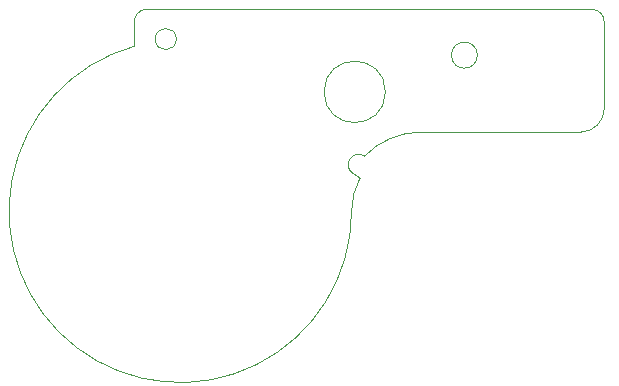
<source format=gbr>
%TF.GenerationSoftware,KiCad,Pcbnew,7.0.6*%
%TF.CreationDate,2023-11-08T16:20:13-08:00*%
%TF.ProjectId,UGC_SubStick,5547435f-5375-4625-9374-69636b2e6b69,rev?*%
%TF.SameCoordinates,Original*%
%TF.FileFunction,Profile,NP*%
%FSLAX46Y46*%
G04 Gerber Fmt 4.6, Leading zero omitted, Abs format (unit mm)*
G04 Created by KiCad (PCBNEW 7.0.6) date 2023-11-08 16:20:13*
%MOMM*%
%LPD*%
G01*
G04 APERTURE LIST*
%TA.AperFunction,Profile*%
%ADD10C,0.100000*%
%TD*%
G04 APERTURE END LIST*
D10*
X243320775Y-135847668D02*
G75*
G03*
X261720773Y-149813340I3899725J-13966032D01*
G01*
X243320766Y-133813340D02*
X243320772Y-135847656D01*
X283113030Y-141113576D02*
X283113030Y-133780606D01*
X246889918Y-135233341D02*
G75*
G03*
X246889918Y-135233341I-900000J0D01*
G01*
X281113110Y-143113630D02*
G75*
G03*
X283113030Y-141113576I-110J2000030D01*
G01*
X267620701Y-143114115D02*
X281113110Y-143113576D01*
X262426161Y-147016543D02*
G75*
G03*
X261720773Y-149813340I5194839J-2797557D01*
G01*
X264589931Y-139708340D02*
G75*
G03*
X264589931Y-139708340I-2600000J0D01*
G01*
X262810203Y-145150799D02*
G75*
G03*
X261817365Y-146605902I-500303J-724901D01*
G01*
X262426171Y-147016548D02*
X261817365Y-146605903D01*
X244239930Y-132704441D02*
G75*
G03*
X243320766Y-133813340I209270J-1108859D01*
G01*
X272372000Y-136601200D02*
G75*
G03*
X272372000Y-136601200I-1100000J0D01*
G01*
X267620701Y-143114088D02*
G75*
G03*
X262810208Y-145150792I299J-6700012D01*
G01*
X282048648Y-132707340D02*
X244239931Y-132704447D01*
X283112997Y-133780606D02*
G75*
G03*
X282048648Y-132707340I-1073297J6D01*
G01*
M02*

</source>
